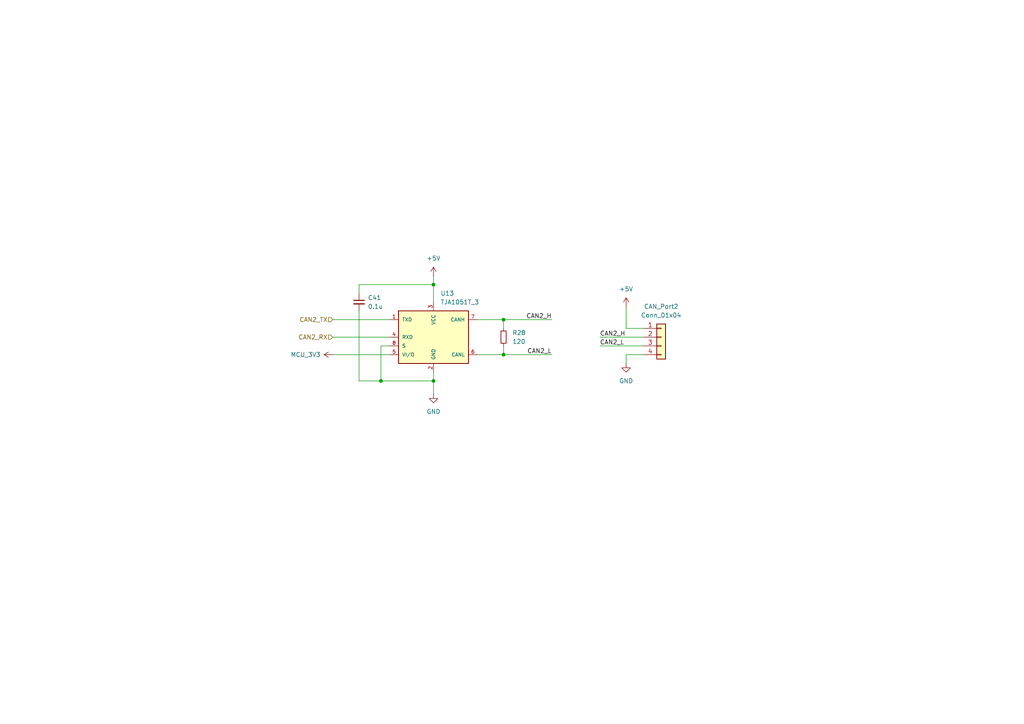
<source format=kicad_sch>
(kicad_sch (version 20231120) (generator "eeschema") (generator_version "8.0")
  (paper "A4")
  (lib_symbols
    (symbol "CAN_Transceiver:TJA1051T_3" (pin_names (offset 1.016))
      (property "Reference" "U" (at -10.16 10.16 0))
      (property "Value" "TJA1051T_3" (at -10.16 -10.16 0))
      (symbol "TJA1051T_3_0_0"
        (rectangle (start -10.16 -7.62) (end 10.16 7.62) (stroke (width 0.254)) (fill (type background)))
        (pin output line (at -12.7 5.08 0) (length 2.54) (name "TXD") (number "1"))
        (pin bidirectional line (at 0 -10.16 90) (length 2.54) (name "GND") (number "2"))
        (pin bidirectional line (at 0 10.16 270) (length 2.54) (name "VCC") (number "3"))
        (pin bidirectional line (at -12.7 0 0) (length 2.54) (name "RXD") (number "4"))
        (pin passive line (at -12.7 -5.08 0) (length 2.54) (name "VI/O") (number "5"))
        (pin bidirectional line (at 12.7 -5.08 180) (length 2.54) (name "CANL") (number "6"))
        (pin bidirectional line (at 12.7 5.08 180) (length 2.54) (name "CANH") (number "7"))
        (pin power_in line (at -12.7 -2.54 0) (length 2.54) (name "S") (number "8"))
      )
    )
    (symbol "Connector_Generic:Conn_01x04" (pin_names (offset 1.016) hide)
      (property "Reference" "J" (at 0 5.08 0))
      (property "Value" "Conn_01x04" (at 0 -7.62 0))
      (symbol "Conn_01x04_1_1"
        (rectangle (start -1.27 -4.953) (end 0 -5.207) (stroke (width 0.1524)))
        (rectangle (start -1.27 -2.413) (end 0 -2.667) (stroke (width 0.1524)))
        (rectangle (start -1.27 0.127) (end 0 -0.127) (stroke (width 0.1524)))
        (rectangle (start -1.27 2.667) (end 0 2.413) (stroke (width 0.1524)))
        (rectangle (start -1.27 3.81) (end 1.27 -6.35) (stroke (width 0.254)) (fill (type background)))
        (pin passive line (at -5.08 2.54 0) (length 3.81) (name "Pin_1") (number "1"))
        (pin passive line (at -5.08 0 0) (length 3.81) (name "Pin_2") (number "2"))
        (pin passive line (at -5.08 -2.54 0) (length 3.81) (name "Pin_3") (number "3"))
        (pin passive line (at -5.08 -5.08 0) (length 3.81) (name "Pin_4") (number "4"))
      )
    )
    (symbol "Device:C_Small" (pin_numbers hide) (pin_names (offset 0.254) hide)
      (property "Reference" "C" (at 0.254 1.778 0))
      (property "Value" "C_Small" (at 0.254 -2.032 0))
      (symbol "C_Small_0_1"
        (polyline (pts (xy -1.524 -0.508) (xy 1.524 -0.508)) (stroke (width 0.3302)))
        (polyline (pts (xy -1.524 0.508) (xy 1.524 0.508)) (stroke (width 0.3048)))
      )
      (symbol "C_Small_1_1"
        (pin passive line (at 0 2.54 270) (length 2.032) (name "~") (number "1"))
        (pin passive line (at 0 -2.54 90) (length 2.032) (name "~") (number "2"))
      )
    )
    (symbol "Device:R_Small" (pin_numbers hide) (pin_names (offset 0.254) hide)
      (property "Reference" "R" (at 0.762 0.508 0))
      (property "Value" "R_Small" (at 0.762 -1.016 0))
      (symbol "R_Small_0_1"
        (rectangle (start -0.762 1.778) (end 0.762 -1.778) (stroke (width 0.2032)))
      )
      (symbol "R_Small_1_1"
        (pin passive line (at 0 2.54 270) (length 0.762) (name "~") (number "1"))
        (pin passive line (at 0 -2.54 90) (length 0.762) (name "~") (number "2"))
      )
    )
    (symbol "power:+3.3V" (power) (pin_numbers hide) (pin_names (offset 0) hide)
      (property "Value" "+3.3V" (at 0 3.556 0))
      (symbol "+3.3V_0_1"
        (polyline (pts (xy -0.762 1.27) (xy 0 2.54)))
        (polyline (pts (xy 0 0) (xy 0 2.54)))
        (polyline (pts (xy 0 2.54) (xy 0.762 1.27)))
      )
      (symbol "+3.3V_1_1"
        (pin power_in line (at 0 0 90) (length 0) (name "~") (number "1"))
      )
    )
    (symbol "power:+5V" (power) (pin_numbers hide) (pin_names (offset 0) hide)
      (property "Value" "+5V" (at 0 3.556 0))
      (symbol "+5V_0_1"
        (polyline (pts (xy -0.762 1.27) (xy 0 2.54)))
        (polyline (pts (xy 0 0) (xy 0 2.54)))
        (polyline (pts (xy 0 2.54) (xy 0.762 1.27)))
      )
      (symbol "+5V_1_1"
        (pin power_in line (at 0 0 90) (length 0) (name "~") (number "1"))
      )
    )
    (symbol "power:GND" (power) (pin_numbers hide) (pin_names (offset 0) hide)
      (property "Value" "GND" (at 0 -3.81 0))
      (symbol "GND_0_1"
        (polyline (pts (xy 0 0) (xy 0 -1.27) (xy 1.27 -1.27) (xy 0 -2.54) (xy -1.27 -1.27) (xy 0 -1.27)))
      )
      (symbol "GND_1_1"
        (pin power_in line (at 0 0 270) (length 0) (name "~") (number "1"))
      )
    )
  )
  (junction (at 110.49 110.49))
  (junction (at 146.05 102.87))
  (junction (at 146.05 92.71))
  (junction (at 125.73 82.55))
  (junction (at 125.73 110.49))
  (wire (pts (xy 104.14 85.09) (xy 104.14 82.55)))
  (wire (pts (xy 96.52 97.79) (xy 113.03 97.79)))
  (wire (pts (xy 181.61 88.9) (xy 181.61 95.25)))
  (wire (pts (xy 125.73 82.55) (xy 125.73 87.63)))
  (wire (pts (xy 113.03 100.33) (xy 110.49 100.33)))
  (wire (pts (xy 138.43 92.71) (xy 146.05 92.71)))
  (wire (pts (xy 146.05 92.71) (xy 146.05 95.25)))
  (wire (pts (xy 104.14 110.49) (xy 110.49 110.49)))
  (wire (pts (xy 181.61 105.41) (xy 181.61 102.87)))
  (wire (pts (xy 125.73 114.3) (xy 125.73 110.49)))
  (wire (pts (xy 138.43 102.87) (xy 146.05 102.87)))
  (wire (pts (xy 104.14 82.55) (xy 125.73 82.55)))
  (wire (pts (xy 146.05 92.71) (xy 160.02 92.71)))
  (wire (pts (xy 146.05 102.87) (xy 160.02 102.87)))
  (wire (pts (xy 96.52 102.87) (xy 113.03 102.87)))
  (wire (pts (xy 110.49 100.33) (xy 110.49 110.49)))
  (wire (pts (xy 96.52 92.71) (xy 113.03 92.71)))
  (wire (pts (xy 173.99 97.79) (xy 186.69 97.79)))
  (wire (pts (xy 173.99 100.33) (xy 186.69 100.33)))
  (wire (pts (xy 146.05 100.33) (xy 146.05 102.87)))
  (wire (pts (xy 125.73 80.01) (xy 125.73 82.55)))
  (wire (pts (xy 125.73 110.49) (xy 125.73 107.95)))
  (wire (pts (xy 110.49 110.49) (xy 125.73 110.49)))
  (wire (pts (xy 181.61 95.25) (xy 186.69 95.25)))
  (wire (pts (xy 181.61 102.87) (xy 186.69 102.87)))
  (wire (pts (xy 104.14 90.17) (xy 104.14 110.49)))
  (label "CAN2_L" (at 173.99 100.33 0))
  (label "CAN2_H" (at 160.02 92.71 180))
  (label "CAN2_H" (at 173.99 97.79 0))
  (label "CAN2_L" (at 160.02 102.87 180))
  (hierarchical_label "CAN2_TX" (shape input) (at 96.52 92.71 180))
  (hierarchical_label "CAN2_RX" (shape input) (at 96.52 97.79 180))
  (symbol (lib_id "Device:C_Small") (at 104.14 87.63 0) (unit 1)
    (property "Reference" "C41" (at 106.68 86.3662 0) (effects (justify left)))
    (property "Value" "0.1u" (at 106.68 88.9062 0) (effects (justify left)))
    (property "Footprint" "Capacitor_SMD:C_0402_1005Metric_Pad0.74x0.62mm_HandSolder" (effects (hide yes)))
    (property "Description" "Unpolarized capacitor, small symbol" (effects (hide yes)))
  )
  (symbol (lib_id "Device:R_Small") (at 146.05 97.79 0) (unit 1)
    (property "Reference" "R28" (at 148.59 96.5199 0) (effects (justify left)))
    (property "Value" "120" (at 148.59 99.0599 0) (effects (justify left)))
    (property "Footprint" "Resistor_SMD:R_0402_1005Metric_Pad0.72x0.64mm_HandSolder" (effects (hide yes)))
    (property "Description" "Resistor, small symbol" (effects (hide yes)))
  )
  (symbol (lib_id "power:+5V") (at 181.61 88.9 0) (unit 1)
    (property "Reference" "#PWR089" (effects (hide yes)))
    (property "Value" "+5V" (at 181.61 83.82 0))
    (property "Description" "Power symbol creates a global label with name \"+5V\"" (effects (hide yes)))
  )
  (symbol (lib_id "power:+5V") (at 125.73 80.01 0) (unit 1)
    (property "Reference" "#PWR087" (effects (hide yes)))
    (property "Value" "+5V" (at 125.73 74.93 0))
    (property "Description" "Power symbol creates a global label with name \"+5V\"" (effects (hide yes)))
  )
  (symbol (lib_id "power:GND") (at 125.73 114.3 0) (unit 1)
    (property "Reference" "#PWR088" (effects (hide yes)))
    (property "Value" "GND" (at 125.73 119.38 0))
    (property "Description" "Power symbol creates a global label with name \"GND\" , ground" (effects (hide yes)))
  )
  (symbol (lib_id "power:GND") (at 181.61 105.41 0) (unit 1)
    (property "Reference" "#PWR090" (effects (hide yes)))
    (property "Value" "GND" (at 181.61 110.49 0))
    (property "Description" "Power symbol creates a global label with name \"GND\" , ground" (effects (hide yes)))
  )
  (symbol (lib_id "CAN_Transceiver:TJA1051T_3") (at 125.73 97.79 0) (unit 1)
    (property "Reference" "U13" (at 127.7494 85.09 0) (effects (justify left)))
    (property "Value" "TJA1051T_3" (at 127.7494 87.63 0) (effects (justify left)))
    (property "Footprint" "TJA1051T_3:SOT96-1" (effects (hide yes)))
    (property "MF" "NXP USA" (effects (hide yes)))
    (property "Description_1" "\n1/1 Transceiver Half CANbus 8-SO\n" (effects (hide yes)))
    (property "Package" "SO-8 NXP Semiconductors" (effects (hide yes)))
    (property "Price" "None" (effects (hide yes)))
    (property "SnapEDA_Link" "https://www.snapeda.com/parts/TJA1051T/3/NXP+USA+Inc./view-part/?ref=snap" (effects (hide yes)))
    (property "MP" "TJA1051T/3" (effects (hide yes)))
    (property "Purchase-URL" "https://www.snapeda.com/api/url_track_click_mouser/?unipart_id=626380&manufacturer=NXP USA&part_name=TJA1051T/3&search_term=tja1051" (effects (hide yes)))
    (property "Availability" "In Stock" (effects (hide yes)))
    (property "Check_prices" "https://www.snapeda.com/parts/TJA1051T/3/NXP+USA+Inc./view-part/?ref=eda" (effects (hide yes)))
  )
  (symbol (lib_id "Connector_Generic:Conn_01x04") (at 191.77 97.79 0) (unit 1)
    (property "Reference" "CAN_Port2" (at 191.77 88.9 0))
    (property "Value" "Conn_01x04" (at 191.77 91.44 0))
    (property "Footprint" "Connector_JST:JST_GH_BM04B-GHS-TBT_1x04-1MP_P1.25mm_Vertical" (effects (hide yes)))
    (property "Description" "Generic connector, single row, 01x04, script generated (kicad-library-utils/schlib/autogen/connector/)" (effects (hide yes)))
  )
  (symbol (lib_id "power:+3.3V") (at 96.52 102.87 90) (unit 1)
    (property "Reference" "#PWR086" (effects (hide yes)))
    (property "Value" "MCU_3V3" (at 88.646 102.87 90))
    (property "Description" "Power symbol creates a global label with name \"+3.3V\"" (effects (hide yes)))
  )
)
</source>
